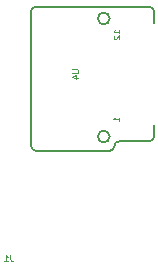
<source format=gbr>
%TF.GenerationSoftware,KiCad,Pcbnew,5.1.5+dfsg1-2~bpo10+1*%
%TF.CreationDate,Date%
%TF.ProjectId,osw,6f73772e-6b69-4636-9164-5f7063625858,rev?*%
%TF.SameCoordinates,Original*%
%TF.FileFunction,Legend,Bot*%
%TF.FilePolarity,Positive*%
%FSLAX46Y46*%
G04 Gerber Fmt 4.6, Leading zero omitted, Abs format (unit mm)*
G04 Created by KiCad*
%MOMM*%
%LPD*%
G04 APERTURE LIST*
%ADD10C,0.150000*%
%ADD11C,0.100000*%
G04 APERTURE END LIST*
D10*
%TO.C,U4*%
X149380000Y-114920000D02*
X151980000Y-114920000D01*
X142330000Y-103520000D02*
X151930000Y-103520000D01*
X148580000Y-104520000D02*
G75*
G03X148580000Y-104520000I-500000J0D01*
G01*
X148580000Y-114520000D02*
G75*
G03X148580000Y-114520000I-500000J0D01*
G01*
X152330000Y-103920000D02*
X152330000Y-104920000D01*
X142330000Y-115720000D02*
X148580000Y-115720000D01*
X141930000Y-115320000D02*
X141930000Y-103920000D01*
X152330000Y-113520000D02*
X152330000Y-114520000D01*
X141930000Y-115320000D02*
G75*
G03X142330000Y-115720000I400000J0D01*
G01*
X142330000Y-103520000D02*
G75*
G03X141930000Y-103920000I0J-400000D01*
G01*
X148580000Y-115720000D02*
G75*
G03X148980000Y-115320000I0J400000D01*
G01*
X149380000Y-114920000D02*
G75*
G03X148980000Y-115320000I0J-400000D01*
G01*
X152330000Y-103920000D02*
G75*
G03X151930000Y-103520000I-400000J0D01*
G01*
X151930000Y-114920000D02*
G75*
G03X152330000Y-114520000I0J400000D01*
G01*
%TD*%
%TO.C,J1*%
D11*
X140166666Y-124556190D02*
X140166666Y-124913333D01*
X140190476Y-124984761D01*
X140238095Y-125032380D01*
X140309523Y-125056190D01*
X140357142Y-125056190D01*
X139666666Y-125056190D02*
X139952380Y-125056190D01*
X139809523Y-125056190D02*
X139809523Y-124556190D01*
X139857142Y-124627619D01*
X139904761Y-124675238D01*
X139952380Y-124699047D01*
%TO.C,U4*%
X145406190Y-108839047D02*
X145810952Y-108839047D01*
X145858571Y-108862857D01*
X145882380Y-108886666D01*
X145906190Y-108934285D01*
X145906190Y-109029523D01*
X145882380Y-109077142D01*
X145858571Y-109100952D01*
X145810952Y-109124761D01*
X145406190Y-109124761D01*
X145572857Y-109577142D02*
X145906190Y-109577142D01*
X145382380Y-109458095D02*
X145739523Y-109339047D01*
X145739523Y-109648571D01*
X149406190Y-105774761D02*
X149406190Y-105489047D01*
X149406190Y-105631904D02*
X148906190Y-105631904D01*
X148977619Y-105584285D01*
X149025238Y-105536666D01*
X149049047Y-105489047D01*
X148953809Y-105965238D02*
X148930000Y-105989047D01*
X148906190Y-106036666D01*
X148906190Y-106155714D01*
X148930000Y-106203333D01*
X148953809Y-106227142D01*
X149001428Y-106250952D01*
X149049047Y-106250952D01*
X149120476Y-106227142D01*
X149406190Y-105941428D01*
X149406190Y-106250952D01*
X149356190Y-113212857D02*
X149356190Y-112927142D01*
X149356190Y-113070000D02*
X148856190Y-113070000D01*
X148927619Y-113022380D01*
X148975238Y-112974761D01*
X148999047Y-112927142D01*
%TD*%
M02*

</source>
